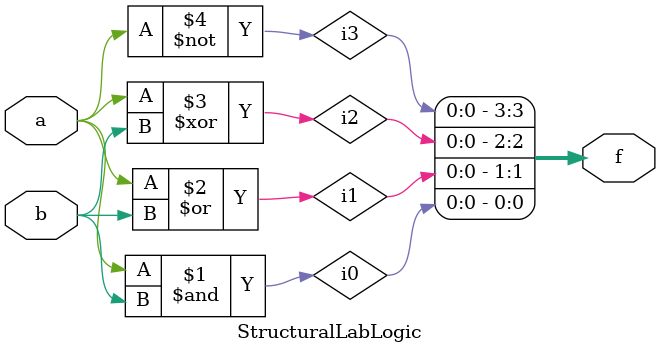
<source format=v>
module StructuralLabLogic (
	input wire a, 
	input wire b, 
	output wire[3:0] f
	);
	wire i0, i1, i2, i3;
	
	and(i0, a, b);
	or(i1, a, b);
	xor(i2, a, b);
	not(i3, a);
	assign f = {i3, i2, i1, i0};
endmodule
</source>
